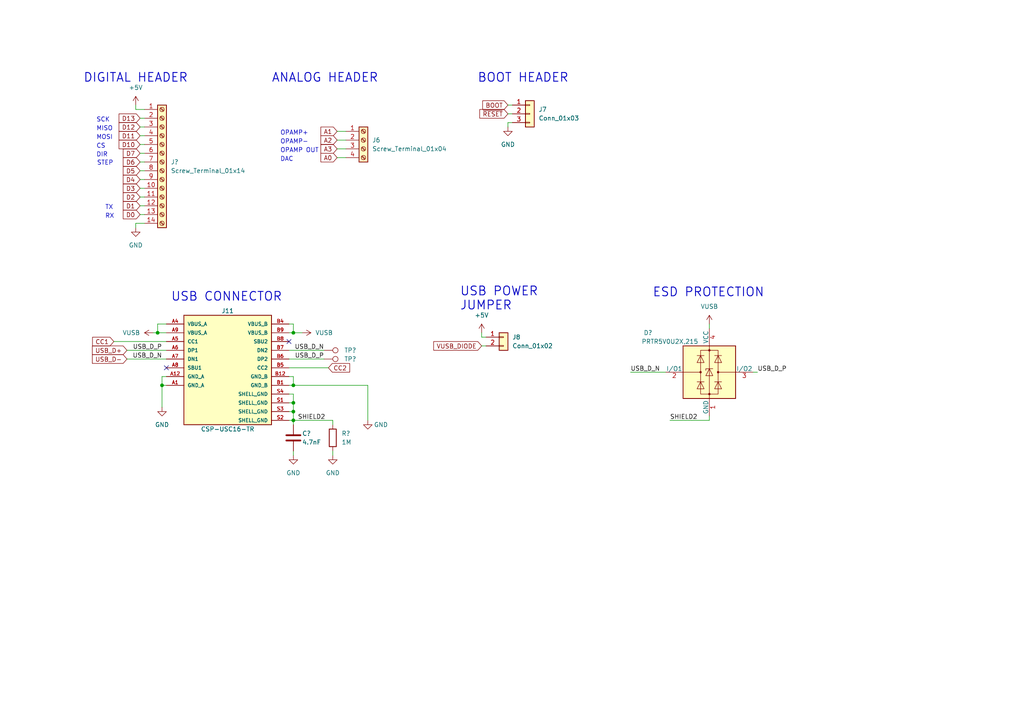
<source format=kicad_sch>
(kicad_sch (version 20230121) (generator eeschema)
  (paper "A4")
  (lib_symbols
    (symbol "CSP-USC16-TR:CSP-USC16-TR" (pin_names (offset 1.016))
      (property "Reference" "J11" (at 0 16.51 0))
      (property "Value" "CSP-USC16-TR" (at 0 -17.78 0))
      (symbol "CSP-USC16-TR_0_0"
        (rectangle (start -12.7 15.24) (end 12.7 -16.51) (stroke (width 0.254)) (fill (type background)))
        (pin power_in line (at -17.78 -5.08 0) (length 5.08) (name "GND_A") (number "A1"))
        (pin power_in line (at -17.78 -2.54 0) (length 5.08) (name "GND_A") (number "A12"))
        (pin power_in line (at -17.78 12.7 0) (length 5.08) (name "VBUS_A") (number "A4"))
        (pin bidirectional line (at -17.78 7.62 0) (length 5.08) (name "CC1") (number "A5"))
        (pin bidirectional line (at -17.78 5.08 0) (length 5.08) (name "DP1") (number "A6"))
        (pin bidirectional line (at -17.78 2.54 0) (length 5.08) (name "DN1") (number "A7"))
        (pin bidirectional line (at -17.78 0 0) (length 5.08) (name "SBU1") (number "A8"))
        (pin power_in line (at -17.78 10.16 0) (length 5.08) (name "VBUS_A") (number "A9"))
        (pin power_in line (at 17.78 -5.08 180) (length 5.08) (name "GND_B") (number "B1"))
        (pin power_in line (at 17.78 -2.54 180) (length 5.08) (name "GND_B") (number "B12"))
        (pin power_in line (at 17.78 12.7 180) (length 5.08) (name "VBUS_B") (number "B4"))
        (pin bidirectional line (at 17.78 0 180) (length 5.08) (name "CC2") (number "B5"))
        (pin bidirectional line (at 17.78 2.54 180) (length 5.08) (name "DP2") (number "B6"))
        (pin bidirectional line (at 17.78 5.08 180) (length 5.08) (name "DN2") (number "B7"))
        (pin bidirectional line (at 17.78 7.62 180) (length 5.08) (name "SBU2") (number "B8"))
        (pin power_in line (at 17.78 10.16 180) (length 5.08) (name "VBUS_B") (number "B9"))
        (pin power_in line (at 17.78 -10.16 180) (length 5.08) (name "SHELL_GND") (number "S1"))
        (pin power_in line (at 17.78 -15.24 180) (length 5.08) (name "SHELL_GND") (number "S2"))
        (pin power_in line (at 17.78 -12.7 180) (length 5.08) (name "SHELL_GND") (number "S3"))
        (pin power_in line (at 17.78 -7.62 180) (length 5.08) (name "SHELL_GND") (number "S4"))
      )
    )
    (symbol "Connector:Screw_Terminal_01x04" (pin_names (offset 1.016) hide)
      (property "Reference" "J5" (at 2.54 0 0))
      (property "Value" "Screw_Terminal_01x04" (at 2.54 -2.54 0))
      (symbol "Screw_Terminal_01x04_1_1"
        (rectangle (start -1.27 3.81) (end 1.27 -6.35) (stroke (width 0.254)) (fill (type background)))
        (circle (center 0 -5.08) (radius 0.635) (stroke (width 0.1524)))
        (circle (center 0 -2.54) (radius 0.635) (stroke (width 0.1524)))
        (polyline (pts (xy -0.5334 -4.7498) (xy 0.3302 -5.588)) (stroke (width 0.1524)))
        (polyline (pts (xy -0.5334 -2.2098) (xy 0.3302 -3.048)) (stroke (width 0.1524)))
        (polyline (pts (xy -0.5334 0.3302) (xy 0.3302 -0.508)) (stroke (width 0.1524)))
        (polyline (pts (xy -0.5334 2.8702) (xy 0.3302 2.032)) (stroke (width 0.1524)))
        (polyline (pts (xy -0.3556 -4.572) (xy 0.508 -5.4102)) (stroke (width 0.1524)))
        (polyline (pts (xy -0.3556 -2.032) (xy 0.508 -2.8702)) (stroke (width 0.1524)))
        (polyline (pts (xy -0.3556 0.508) (xy 0.508 -0.3302)) (stroke (width 0.1524)))
        (polyline (pts (xy -0.3556 3.048) (xy 0.508 2.2098)) (stroke (width 0.1524)))
        (circle (center 0 0) (radius 0.635) (stroke (width 0.1524)))
        (circle (center 0 2.54) (radius 0.635) (stroke (width 0.1524)))
        (pin passive line (at -5.08 2.54 0) (length 3.81) (name "1") (number "1"))
        (pin passive line (at -5.08 0 0) (length 3.81) (name "2") (number "2"))
        (pin passive line (at -5.08 -2.54 0) (length 3.81) (name "3") (number "3"))
        (pin passive line (at -5.08 -5.08 0) (length 3.81) (name "4") (number "4"))
      )
    )
    (symbol "Connector:Screw_Terminal_01x14" (pin_names (offset 1.016) hide)
      (property "Reference" "J" (at 0 17.78 0))
      (property "Value" "Screw_Terminal_01x14" (at 0 -20.32 0))
      (symbol "Screw_Terminal_01x14_1_1"
        (rectangle (start -1.27 16.51) (end 1.27 -19.05) (stroke (width 0.254)) (fill (type background)))
        (circle (center 0 -17.78) (radius 0.635) (stroke (width 0.1524)))
        (circle (center 0 -15.24) (radius 0.635) (stroke (width 0.1524)))
        (circle (center 0 -12.7) (radius 0.635) (stroke (width 0.1524)))
        (circle (center 0 -10.16) (radius 0.635) (stroke (width 0.1524)))
        (circle (center 0 -7.62) (radius 0.635) (stroke (width 0.1524)))
        (circle (center 0 -5.08) (radius 0.635) (stroke (width 0.1524)))
        (circle (center 0 -2.54) (radius 0.635) (stroke (width 0.1524)))
        (polyline (pts (xy -0.5334 -17.4498) (xy 0.3302 -18.288)) (stroke (width 0.1524)))
        (polyline (pts (xy -0.5334 -14.9098) (xy 0.3302 -15.748)) (stroke (width 0.1524)))
        (polyline (pts (xy -0.5334 -12.3698) (xy 0.3302 -13.208)) (stroke (width 0.1524)))
        (polyline (pts (xy -0.5334 -9.8298) (xy 0.3302 -10.668)) (stroke (width 0.1524)))
        (polyline (pts (xy -0.5334 -7.2898) (xy 0.3302 -8.128)) (stroke (width 0.1524)))
        (polyline (pts (xy -0.5334 -4.7498) (xy 0.3302 -5.588)) (stroke (width 0.1524)))
        (polyline (pts (xy -0.5334 -2.2098) (xy 0.3302 -3.048)) (stroke (width 0.1524)))
        (polyline (pts (xy -0.5334 0.3302) (xy 0.3302 -0.508)) (stroke (width 0.1524)))
        (polyline (pts (xy -0.5334 2.8702) (xy 0.3302 2.032)) (stroke (width 0.1524)))
        (polyline (pts (xy -0.5334 5.4102) (xy 0.3302 4.572)) (stroke (width 0.1524)))
        (polyline (pts (xy -0.5334 7.9502) (xy 0.3302 7.112)) (stroke (width 0.1524)))
        (polyline (pts (xy -0.5334 10.4902) (xy 0.3302 9.652)) (stroke (width 0.1524)))
        (polyline (pts (xy -0.5334 13.0302) (xy 0.3302 12.192)) (stroke (width 0.1524)))
        (polyline (pts (xy -0.5334 15.5702) (xy 0.3302 14.732)) (stroke (width 0.1524)))
        (polyline (pts (xy -0.3556 -17.272) (xy 0.508 -18.1102)) (stroke (width 0.1524)))
        (polyline (pts (xy -0.3556 -14.732) (xy 0.508 -15.5702)) (stroke (width 0.1524)))
        (polyline (pts (xy -0.3556 -12.192) (xy 0.508 -13.0302)) (stroke (width 0.1524)))
        (polyline (pts (xy -0.3556 -9.652) (xy 0.508 -10.4902)) (stroke (width 0.1524)))
        (polyline (pts (xy -0.3556 -7.112) (xy 0.508 -7.9502)) (stroke (width 0.1524)))
        (polyline (pts (xy -0.3556 -4.572) (xy 0.508 -5.4102)) (stroke (width 0.1524)))
        (polyline (pts (xy -0.3556 -2.032) (xy 0.508 -2.8702)) (stroke (width 0.1524)))
        (polyline (pts (xy -0.3556 0.508) (xy 0.508 -0.3302)) (stroke (width 0.1524)))
        (polyline (pts (xy -0.3556 3.048) (xy 0.508 2.2098)) (stroke (width 0.1524)))
        (polyline (pts (xy -0.3556 5.588) (xy 0.508 4.7498)) (stroke (width 0.1524)))
        (polyline (pts (xy -0.3556 8.128) (xy 0.508 7.2898)) (stroke (width 0.1524)))
        (polyline (pts (xy -0.3556 10.668) (xy 0.508 9.8298)) (stroke (width 0.1524)))
        (polyline (pts (xy -0.3556 13.208) (xy 0.508 12.3698)) (stroke (width 0.1524)))
        (polyline (pts (xy -0.3556 15.748) (xy 0.508 14.9098)) (stroke (width 0.1524)))
        (circle (center 0 0) (radius 0.635) (stroke (width 0.1524)))
        (circle (center 0 2.54) (radius 0.635) (stroke (width 0.1524)))
        (circle (center 0 5.08) (radius 0.635) (stroke (width 0.1524)))
        (circle (center 0 7.62) (radius 0.635) (stroke (width 0.1524)))
        (circle (center 0 10.16) (radius 0.635) (stroke (width 0.1524)))
        (circle (center 0 12.7) (radius 0.635) (stroke (width 0.1524)))
        (circle (center 0 15.24) (radius 0.635) (stroke (width 0.1524)))
        (pin passive line (at -5.08 15.24 0) (length 3.81) (name "Pin_1") (number "1"))
        (pin passive line (at -5.08 -7.62 0) (length 3.81) (name "Pin_10") (number "10"))
        (pin passive line (at -5.08 -10.16 0) (length 3.81) (name "Pin_11") (number "11"))
        (pin passive line (at -5.08 -12.7 0) (length 3.81) (name "Pin_12") (number "12"))
        (pin passive line (at -5.08 -15.24 0) (length 3.81) (name "Pin_13") (number "13"))
        (pin passive line (at -5.08 -17.78 0) (length 3.81) (name "Pin_14") (number "14"))
        (pin passive line (at -5.08 12.7 0) (length 3.81) (name "Pin_2") (number "2"))
        (pin passive line (at -5.08 10.16 0) (length 3.81) (name "Pin_3") (number "3"))
        (pin passive line (at -5.08 7.62 0) (length 3.81) (name "Pin_4") (number "4"))
        (pin passive line (at -5.08 5.08 0) (length 3.81) (name "Pin_5") (number "5"))
        (pin passive line (at -5.08 2.54 0) (length 3.81) (name "Pin_6") (number "6"))
        (pin passive line (at -5.08 0 0) (length 3.81) (name "Pin_7") (number "7"))
        (pin passive line (at -5.08 -2.54 0) (length 3.81) (name "Pin_8") (number "8"))
        (pin passive line (at -5.08 -5.08 0) (length 3.81) (name "Pin_9") (number "9"))
      )
    )
    (symbol "Connector:TestPoint" (pin_numbers hide) (pin_names (offset 0.762) hide)
      (property "Reference" "TP" (at 0 6.858 0))
      (property "Value" "TestPoint" (at 0 5.08 0))
      (symbol "TestPoint_0_1"
        (circle (center 0 3.302) (radius 0.762))
      )
      (symbol "TestPoint_1_1"
        (pin passive line (at 0 0 90) (length 2.54) (name "1") (number "1"))
      )
    )
    (symbol "Connector_Generic:Conn_01x02" (pin_names (offset 1.016) hide)
      (property "Reference" "J" (at 0 2.54 0))
      (property "Value" "Conn_01x02" (at 0 -5.08 0))
      (symbol "Conn_01x02_1_1"
        (rectangle (start -1.27 -2.413) (end 0 -2.667) (stroke (width 0.1524)))
        (rectangle (start -1.27 0.127) (end 0 -0.127) (stroke (width 0.1524)))
        (rectangle (start -1.27 1.27) (end 1.27 -3.81) (stroke (width 0.254)) (fill (type background)))
        (pin passive line (at -5.08 0 0) (length 3.81) (name "Pin_1") (number "1"))
        (pin passive line (at -5.08 -2.54 0) (length 3.81) (name "Pin_2") (number "2"))
      )
    )
    (symbol "Connector_Generic:Conn_01x03" (pin_names (offset 1.016) hide)
      (property "Reference" "J" (at 0 5.08 0))
      (property "Value" "Conn_01x03" (at 0 -5.08 0))
      (symbol "Conn_01x03_1_1"
        (rectangle (start -1.27 -2.413) (end 0 -2.667) (stroke (width 0.1524)))
        (rectangle (start -1.27 0.127) (end 0 -0.127) (stroke (width 0.1524)))
        (rectangle (start -1.27 2.667) (end 0 2.413) (stroke (width 0.1524)))
        (rectangle (start -1.27 3.81) (end 1.27 -3.81) (stroke (width 0.254)) (fill (type background)))
        (pin passive line (at -5.08 2.54 0) (length 3.81) (name "Pin_1") (number "1"))
        (pin passive line (at -5.08 0 0) (length 3.81) (name "Pin_2") (number "2"))
        (pin passive line (at -5.08 -2.54 0) (length 3.81) (name "Pin_3") (number "3"))
      )
    )
    (symbol "Device:C" (pin_numbers hide) (pin_names (offset 0.254))
      (property "Reference" "C" (at 0.635 2.54 0))
      (property "Value" "C" (at 0.635 -2.54 0))
      (symbol "C_0_1"
        (polyline (pts (xy -2.032 -0.762) (xy 2.032 -0.762)) (stroke (width 0.508)))
        (polyline (pts (xy -2.032 0.762) (xy 2.032 0.762)) (stroke (width 0.508)))
      )
      (symbol "C_1_1"
        (pin passive line (at 0 3.81 270) (length 2.794) (name "~") (number "1"))
        (pin passive line (at 0 -3.81 90) (length 2.794) (name "~") (number "2"))
      )
    )
    (symbol "Device:R" (pin_numbers hide) (pin_names (offset 0))
      (property "Reference" "R" (at 2.032 0 90))
      (property "Value" "R" (at 0 0 90))
      (symbol "R_0_1"
        (rectangle (start -1.016 -2.54) (end 1.016 2.54) (stroke (width 0.254)))
      )
      (symbol "R_1_1"
        (pin passive line (at 0 3.81 270) (length 1.27) (name "~") (number "1"))
        (pin passive line (at 0 -3.81 90) (length 1.27) (name "~") (number "2"))
      )
    )
    (symbol "Power_Protection:PRTR5V0U2X" (pin_names (offset 0))
      (property "Reference" "D" (at 2.794 8.636 0))
      (property "Value" "PRTR5V0U2X" (at 8.128 -9.398 0))
      (symbol "PRTR5V0U2X_0_1"
        (rectangle (start -7.62 -7.62) (end 7.62 7.62) (stroke (width 0.254)) (fill (type background)))
        (circle (center -2.54 0) (radius 0.254) (fill (type outline)))
        (rectangle (start -2.54 6.35) (end 2.54 -6.35))
        (circle (center 0 -6.35) (radius 0.254) (fill (type outline)))
        (polyline (pts (xy -2.54 0) (xy -7.62 0)))
        (polyline (pts (xy -1.524 -2.794) (xy -3.556 -2.794)))
        (polyline (pts (xy -1.524 4.826) (xy -3.556 4.826)))
        (polyline (pts (xy 0 -7.62) (xy 0 7.62)))
        (polyline (pts (xy 1.524 -2.794) (xy 3.556 -2.794)))
        (polyline (pts (xy 1.524 4.826) (xy 3.556 4.826)))
        (polyline (pts (xy 2.54 0) (xy 7.62 0)))
        (polyline (pts (xy 1.016 1.016) (xy -1.016 1.016) (xy -1.016 0.508)))
        (polyline (pts (xy -3.556 -4.826) (xy -1.524 -4.826) (xy -2.54 -2.794) (xy -3.556 -4.826)))
        (polyline (pts (xy -3.556 2.794) (xy -1.524 2.794) (xy -2.54 4.826) (xy -3.556 2.794)))
        (polyline (pts (xy -1.016 -1.016) (xy 1.016 -1.016) (xy 0 1.016) (xy -1.016 -1.016)))
        (polyline (pts (xy 3.556 -4.826) (xy 1.524 -4.826) (xy 2.54 -2.794) (xy 3.556 -4.826)))
        (polyline (pts (xy 3.556 2.794) (xy 1.524 2.794) (xy 2.54 4.826) (xy 3.556 2.794)))
        (circle (center 0 6.35) (radius 0.254) (fill (type outline)))
        (circle (center 2.54 0) (radius 0.254) (fill (type outline)))
      )
      (symbol "PRTR5V0U2X_1_1"
        (pin passive line (at 0 -12.7 90) (length 5.08) (name "GND") (number "1"))
        (pin passive line (at -12.7 0 0) (length 5.08) (name "I/O1") (number "2"))
        (pin passive line (at 12.7 0 180) (length 5.08) (name "I/O2") (number "3"))
        (pin passive line (at 0 12.7 270) (length 5.08) (name "VCC") (number "4"))
      )
    )
    (symbol "VUSB:VUSB" (power) (in_bom no) (on_board no)
      (property "Value" "VUSB" (at 6.35 -1.27 0))
      (symbol "VUSB_0_1"
        (polyline (pts (xy 5.588 -5.08) (xy 6.35 -3.81)))
        (polyline (pts (xy 6.35 -6.35) (xy 6.35 -3.81)))
        (polyline (pts (xy 6.35 -3.81) (xy 7.112 -5.08)))
      )
      (symbol "VUSB_1_1"
        (pin power_in line (at 6.35 -6.35 90) (length 0) hide (name "VUSB") (number "1"))
      )
    )
    (symbol "power:+5V" (power) (pin_names (offset 0))
      (property "Value" "+5V" (at 0 3.556 0))
      (symbol "+5V_0_1"
        (polyline (pts (xy -0.762 1.27) (xy 0 2.54)))
        (polyline (pts (xy 0 0) (xy 0 2.54)))
        (polyline (pts (xy 0 2.54) (xy 0.762 1.27)))
      )
      (symbol "+5V_1_1"
        (pin power_in line (at 0 0 90) (length 0) hide (name "+5V") (number "1"))
      )
    )
    (symbol "power:GND" (power) (pin_names (offset 0))
      (property "Value" "GND" (at 0 -3.81 0))
      (symbol "GND_0_1"
        (polyline (pts (xy 0 0) (xy 0 -1.27) (xy 1.27 -1.27) (xy 0 -2.54) (xy -1.27 -1.27) (xy 0 -1.27)))
      )
      (symbol "GND_1_1"
        (pin power_in line (at 0 0 270) (length 0) hide (name "GND") (number "1"))
      )
    )
  )
  (junction (at 85.09 119.38))
  (junction (at 45.72 96.52))
  (junction (at 85.09 111.76))
  (junction (at 85.09 96.52))
  (junction (at 85.09 121.92))
  (junction (at 85.09 116.84))
  (junction (at 46.99 111.76))
  (no_connect (at 83.82 99.06))
  (no_connect (at 48.26 106.68))
  (wire (pts (xy 40.64 44.45) (xy 41.91 44.45)))
  (wire (pts (xy 40.64 46.99) (xy 41.91 46.99)))
  (wire (pts (xy 40.64 34.29) (xy 41.91 34.29)))
  (wire (pts (xy 85.09 119.38) (xy 85.09 121.92)))
  (wire (pts (xy 106.68 111.76) (xy 106.68 121.92)))
  (wire (pts (xy 40.64 49.53) (xy 41.91 49.53)))
  (wire (pts (xy 40.64 59.69) (xy 41.91 59.69)))
  (wire (pts (xy 45.72 93.98) (xy 45.72 96.52)))
  (wire (pts (xy 139.7 97.79) (xy 139.7 96.52)))
  (wire (pts (xy 83.82 119.38) (xy 85.09 119.38)))
  (wire (pts (xy 85.09 109.22) (xy 85.09 111.76)))
  (wire (pts (xy 147.32 35.56) (xy 147.32 36.83)))
  (wire (pts (xy 97.79 38.1) (xy 100.33 38.1)))
  (wire (pts (xy 40.64 57.15) (xy 41.91 57.15)))
  (wire (pts (xy 96.52 130.81) (xy 96.52 132.08)))
  (wire (pts (xy 218.44 107.95) (xy 219.71 107.95)))
  (wire (pts (xy 85.09 121.92) (xy 96.52 121.92)))
  (wire (pts (xy 85.09 130.81) (xy 85.09 132.08)))
  (wire (pts (xy 40.64 41.91) (xy 41.91 41.91)))
  (wire (pts (xy 83.82 116.84) (xy 85.09 116.84)))
  (wire (pts (xy 48.26 104.14) (xy 36.83 104.14)))
  (wire (pts (xy 83.82 93.98) (xy 85.09 93.98)))
  (wire (pts (xy 39.37 64.77) (xy 39.37 66.04)))
  (wire (pts (xy 85.09 116.84) (xy 85.09 119.38)))
  (wire (pts (xy 45.72 96.52) (xy 48.26 96.52)))
  (wire (pts (xy 205.74 93.98) (xy 205.74 95.25)))
  (wire (pts (xy 148.59 35.56) (xy 147.32 35.56)))
  (wire (pts (xy 93.98 104.14) (xy 83.82 104.14)))
  (wire (pts (xy 40.64 36.83) (xy 41.91 36.83)))
  (wire (pts (xy 85.09 121.92) (xy 85.09 123.19)))
  (wire (pts (xy 46.99 111.76) (xy 48.26 111.76)))
  (wire (pts (xy 97.79 43.18) (xy 100.33 43.18)))
  (wire (pts (xy 85.09 111.76) (xy 106.68 111.76)))
  (wire (pts (xy 205.74 120.65) (xy 205.74 121.92)))
  (wire (pts (xy 33.02 99.06) (xy 48.26 99.06)))
  (wire (pts (xy 182.88 107.95) (xy 193.04 107.95)))
  (wire (pts (xy 46.99 111.76) (xy 46.99 118.11)))
  (wire (pts (xy 40.64 52.07) (xy 41.91 52.07)))
  (wire (pts (xy 85.09 114.3) (xy 85.09 116.84)))
  (wire (pts (xy 83.82 106.68) (xy 95.25 106.68)))
  (wire (pts (xy 139.7 100.33) (xy 140.97 100.33)))
  (wire (pts (xy 194.31 121.92) (xy 205.74 121.92)))
  (wire (pts (xy 87.63 96.52) (xy 85.09 96.52)))
  (wire (pts (xy 48.26 93.98) (xy 45.72 93.98)))
  (wire (pts (xy 40.64 39.37) (xy 41.91 39.37)))
  (wire (pts (xy 140.97 97.79) (xy 139.7 97.79)))
  (wire (pts (xy 97.79 45.72) (xy 100.33 45.72)))
  (wire (pts (xy 46.99 109.22) (xy 48.26 109.22)))
  (wire (pts (xy 41.91 64.77) (xy 39.37 64.77)))
  (wire (pts (xy 46.99 109.22) (xy 46.99 111.76)))
  (wire (pts (xy 44.45 96.52) (xy 45.72 96.52)))
  (wire (pts (xy 85.09 96.52) (xy 83.82 96.52)))
  (wire (pts (xy 85.09 114.3) (xy 83.82 114.3)))
  (wire (pts (xy 83.82 109.22) (xy 85.09 109.22)))
  (wire (pts (xy 93.98 101.6) (xy 83.82 101.6)))
  (wire (pts (xy 48.26 101.6) (xy 36.83 101.6)))
  (wire (pts (xy 96.52 123.19) (xy 96.52 121.92)))
  (wire (pts (xy 83.82 121.92) (xy 85.09 121.92)))
  (wire (pts (xy 97.79 40.64) (xy 100.33 40.64)))
  (wire (pts (xy 39.37 31.75) (xy 39.37 30.48)))
  (wire (pts (xy 40.64 62.23) (xy 41.91 62.23)))
  (wire (pts (xy 85.09 93.98) (xy 85.09 96.52)))
  (wire (pts (xy 147.32 33.02) (xy 148.59 33.02)))
  (wire (pts (xy 147.32 30.48) (xy 148.59 30.48)))
  (wire (pts (xy 40.64 54.61) (xy 41.91 54.61)))
  (wire (pts (xy 41.91 31.75) (xy 39.37 31.75)))
  (wire (pts (xy 83.82 111.76) (xy 85.09 111.76)))
  (text "USB CONNECTOR\n" (at 49.53 87.63 0) (effects (font (size 2.54 2.54) (thickness 0.254) bold) (justify left bottom)))
  (text "TX" (at 30.48 60.96 0) (effects (font (size 1.27 1.27)) (justify left bottom)))
  (text "STEP\n\n" (at 28.1011 50.1242 0) (effects (font (size 1.27 1.27)) (justify left bottom)))
  (text "RX" (at 30.48 63.5 0) (effects (font (size 1.27 1.27)) (justify left bottom)))
  (text "OPAMP+\n" (at 81.28 39.37 0) (effects (font (size 1.27 1.27)) (justify left bottom)))
  (text "OPAMP-\n" (at 81.28 41.91 0) (effects (font (size 1.27 1.27)) (justify left bottom)))
  (text "USB POWER\nJUMPER\n" (at 133.35 90.17 0) (effects (font (size 2.54 2.54) (thickness 0.254) bold) (justify left bottom)))
  (text "SCK\n" (at 27.94 35.56 0) (effects (font (size 1.27 1.27)) (justify left bottom)))
  (text "BOOT HEADER" (at 138.43 24.13 0) (effects (font (size 2.54 2.54) (thickness 0.254) bold) (justify left bottom)))
  (text "ANALOG HEADER" (at 78.74 24.13 0) (effects (font (size 2.54 2.54) (thickness 0.254) bold) (justify left bottom)))
  (text "DAC\n" (at 81.28 46.99 0) (effects (font (size 1.27 1.27)) (justify left bottom)))
  (text "DIGITAL HEADER" (at 24.13 24.13 0) (effects (font (size 2.54 2.54) (thickness 0.254) bold) (justify left bottom)))
  (text "CS" (at 27.94 43.18 0) (effects (font (size 1.27 1.27)) (justify left bottom)))
  (text "DIR" (at 27.9333 45.6769 0) (effects (font (size 1.27 1.27)) (justify left bottom)))
  (text "ESD PROTECTION" (at 189.23 86.36 0) (effects (font (size 2.54 2.54) (thickness 0.254) bold) (justify left bottom)))
  (text "MISO\n" (at 27.94 38.1 0) (effects (font (size 1.27 1.27)) (justify left bottom)))
  (text "OPAMP OUT\n" (at 81.28 44.45 0) (effects (font (size 1.27 1.27)) (justify left bottom)))
  (text "MOSI" (at 27.94 40.64 0) (effects (font (size 1.27 1.27)) (justify left bottom)))
  (label "USB_D_N" (at 182.88 107.95 0))
  (label "USB_D_P" (at 93.98 104.14 180))
  (label "USB_D_N" (at 46.99 104.14 180))
  (label "USB_D_N" (at 93.98 101.6 180))
  (label "USB_D_P" (at 219.71 107.95 0))
  (label "USB_D_P" (at 46.99 101.6 180))
  (label "SHIELD2" (at 86.36 121.92 0))
  (label "SHIELD2" (at 194.31 121.92 0))
  (global_label "D7" (shape input) (at 40.64 44.45 180) (property "Intersheetrefs" "${INTERSHEET_REFS}" (effects hide)))
  (global_label "USB_D-" (shape input) (at 36.83 104.14 180) (property "Intersheetrefs" "${INTERSHEET_REFS}" (effects hide)))
  (global_label "A3" (shape input) (at 97.79 43.18 180) (property "Intersheetrefs" "${INTERSHEET_REFS}" (effects hide)))
  (global_label "A0" (shape input) (at 97.79 45.72 180) (property "Intersheetrefs" "${INTERSHEET_REFS}" (effects hide)))
  (global_label "CC1" (shape input) (at 33.02 99.06 180) (property "Intersheetrefs" "${INTERSHEET_REFS}" (effects hide)))
  (global_label "~{RESET}" (shape input) (at 147.32 33.02 180) (property "Intersheetrefs" "${INTERSHEET_REFS}" (effects hide)))
  (global_label "D2" (shape input) (at 40.64 57.15 180) (property "Intersheetrefs" "${INTERSHEET_REFS}" (effects hide)))
  (global_label "D6" (shape input) (at 40.64 46.99 180) (property "Intersheetrefs" "${INTERSHEET_REFS}" (effects hide)))
  (global_label "D11" (shape input) (at 40.64 39.37 180) (property "Intersheetrefs" "${INTERSHEET_REFS}" (effects hide)))
  (global_label "BOOT" (shape input) (at 147.32 30.48 180) (property "Intersheetrefs" "${INTERSHEET_REFS}" (effects hide)))
  (global_label "D1" (shape input) (at 40.64 59.69 180) (property "Intersheetrefs" "${INTERSHEET_REFS}" (effects hide)))
  (global_label "D3" (shape input) (at 40.64 54.61 180) (property "Intersheetrefs" "${INTERSHEET_REFS}" (effects hide)))
  (global_label "A2" (shape input) (at 97.79 40.64 180) (property "Intersheetrefs" "${INTERSHEET_REFS}" (effects hide)))
  (global_label "A1" (shape input) (at 97.79 38.1 180) (property "Intersheetrefs" "${INTERSHEET_REFS}" (effects hide)))
  (global_label "D5" (shape input) (at 40.64 49.53 180) (property "Intersheetrefs" "${INTERSHEET_REFS}" (effects hide)))
  (global_label "USB_D+" (shape input) (at 36.83 101.6 180) (property "Intersheetrefs" "${INTERSHEET_REFS}" (effects hide)))
  (global_label "D10" (shape input) (at 40.64 41.91 180) (property "Intersheetrefs" "${INTERSHEET_REFS}" (effects hide)))
  (global_label "D4" (shape input) (at 40.64 52.07 180) (property "Intersheetrefs" "${INTERSHEET_REFS}" (effects hide)))
  (global_label "D12" (shape input) (at 40.64 36.83 180) (property "Intersheetrefs" "${INTERSHEET_REFS}" (effects hide)))
  (global_label "VUSB_DIODE" (shape input) (at 139.7 100.33 180) (property "Intersheetrefs" "${INTERSHEET_REFS}" (effects hide)))
  (global_label "D0" (shape input) (at 40.64 62.23 180) (property "Intersheetrefs" "${INTERSHEET_REFS}" (effects hide)))
  (global_label "CC2" (shape input) (at 95.25 106.68 0) (property "Intersheetrefs" "${INTERSHEET_REFS}" (effects hide)))
  (global_label "D13" (shape input) (at 40.64 34.29 180) (property "Intersheetrefs" "${INTERSHEET_REFS}" (effects hide)))
  (symbol (lib_id "power:+5V") (at 39.37 30.48 0) (unit 1)
    (property "Reference" "#PWR?" (effects hide))
    (property "Value" "+5V" (at 39.37 25.4 0))
    (instances (project "central_hub" (path "" (reference "#PWR?") (unit 1)) (path "" (reference "#PWR?") (unit 1)) (path "" (reference "#PWR?") (unit 1))) (project "motor_board_pcb" (path "" (reference "#PWR074") (unit 1))))
  )
  (symbol (lib_id "VUSB:VUSB") (at 38.1 102.87 90) (unit 1) (in_bom no) (on_board no)
    (property "Reference" "#PWR?" (effects hide))
    (property "Value" "VUSB" (at 40.64 96.52 90) (effects (justify left)))
    (instances (project "central_hub" (path "" (reference "#PWR?") (unit 1)) (path "" (reference "#PWR?") (unit 1)) (path "" (reference "#PWR?") (unit 1))) (project "motor_board_pcb" (path "" (reference "#PWR084") (unit 1))))
  )
  (symbol (lib_id "power:GND") (at 46.99 118.11 0) (unit 1)
    (property "Reference" "#PWR?" (effects hide))
    (property "Value" "GND" (at 46.99 123.19 0))
    (instances (project "central_hub" (path "" (reference "#PWR?") (unit 1)) (path "" (reference "#PWR?") (unit 1)) (path "" (reference "#PWR?") (unit 1))) (project "motor_board_pcb" (path "" (reference "#PWR082") (unit 1))))
  )
  (symbol (lib_id "power:GND") (at 39.37 66.04 0) (unit 1)
    (property "Reference" "#PWR?" (effects hide))
    (property "Value" "GND" (at 39.37 71.12 0))
    (instances (project "central_hub" (path "" (reference "#PWR?") (unit 1)) (path "" (reference "#PWR?") (unit 1)) (path "" (reference "#PWR?") (unit 1))) (project "motor_board_pcb" (path "" (reference "#PWR075") (unit 1))))
  )
  (symbol (lib_id "power:GND") (at 147.32 36.83 0) (unit 1)
    (property "Reference" "#PWR?" (effects hide))
    (property "Value" "GND" (at 147.32 41.91 0))
    (instances (project "central_hub" (path "" (reference "#PWR?") (unit 1)) (path "" (reference "#PWR?") (unit 1)) (path "" (reference "#PWR?") (unit 1))) (project "motor_board_pcb" (path "" (reference "#PWR092") (unit 1))))
  )
  (symbol (lib_id "CSP-USC16-TR:CSP-USC16-TR") (at 66.04 106.68 0) (unit 1)
    (property "Reference" "J11" (at 66.04 90.17 0))
    (property "Value" "CSP-USC16-TR" (at 66.04 124.46 0))
    (property "Footprint" "~ALL:VALCON_CSP-USC16-TR" (effects hide))
    (property "MF" "Valcon" (effects hide))
    (property "MAXIMUM_PACKAGE_HEIGHT" "3.26 mm" (effects hide))
    (property "Package" "None" (effects hide))
    (property "Price" "None" (effects hide))
    (property "Check_prices" "https://www.snapeda.com/parts/CSP-USC16-TR/Valcon/view-part/?ref=eda" (effects hide))
    (property "STANDARD" "Manufacturer Recommendations" (effects hide))
    (property "PARTREV" "A0" (effects hide))
    (property "SnapEDA_Link" "https://www.snapeda.com/parts/CSP-USC16-TR/Valcon/view-part/?ref=snap" (effects hide))
    (property "MP" "CSP-USC16-TR" (effects hide))
    (property "Purchase-URL" "https://www.snapeda.com/api/url_track_click_mouser/?unipart_id=4783629&manufacturer=Valcon&part_name=CSP-USC16-TR&search_term=usb-c" (effects hide))
    (property "Description" "\nCSP-USC16-TR Valcon USB Type C Surface Mount PCB Socket\n" (effects hide))
    (property "Availability" "In Stock" (effects hide))
    (property "MANUFACTURER" "Valcon" (effects hide))
  )
  (symbol (lib_id "Connector:TestPoint") (at 93.98 101.6 270) (mirror x) (unit 1)
    (property "Reference" "TP?" (at 101.6 101.6 90))
    (property "Value" "TestPoint" (effects hide))
    (property "Footprint" "TestPoint:TestPoint_Pad_D1.0mm" (effects hide))
    (instances (project "central_hub" (path "" (reference "TP?") (unit 1)) (path "" (reference "TP?") (unit 1)) (path "" (reference "TP?") (unit 1))) (project "motor_board_pcb" (path "" (reference "TP7") (unit 1))))
  )
  (symbol (lib_id "Power_Protection:PRTR5V0U2X") (at 205.74 107.95 0) (unit 1)
    (property "Reference" "D?" (at 187.96 96.52 0))
    (property "Value" "PRTR5V0U2X,215" (at 194.31 99.06 0))
    (property "Footprint" "Package_TO_SOT_SMD:SOT-143" (effects hide))
    (property "Datasheet" "https://assets.nexperia.com/documents/data-sheet/PRTR5V0U2X.pdf" (effects hide))
    (instances (project "central_hub" (path "" (reference "D?") (unit 1)) (path "" (reference "D?") (unit 1)) (path "" (reference "D?") (unit 1))) (project "motor_board_pcb" (path "" (reference "D10") (unit 1))))
  )
  (symbol (lib_id "Connector:Screw_Terminal_01x04") (at 105.41 40.64 0) (unit 1)
    (property "Reference" "J6" (at 107.95 40.64 0) (effects (justify left)))
    (property "Value" "Screw_Terminal_01x04" (at 107.95 43.18 0) (effects (justify left)))
    (property "Footprint" "Connector_PinHeader_2.54mm:PinHeader_1x04_P2.54mm_Vertical" (effects hide))
    (instances (project "central_hub" (path "" (reference "J6") (unit 1)) (path "" (reference "J14") (unit 1)) (path "" (reference "J6") (unit 1))) (project "motor_board_pcb" (path "" (reference "J5") (unit 1))))
  )
  (symbol (lib_id "power:+5V") (at 139.7 96.52 0) (unit 1)
    (property "Reference" "#PWR?" (effects hide))
    (property "Value" "+5V" (at 139.7 91.44 0))
    (instances (project "central_hub" (path "" (reference "#PWR?") (unit 1)) (path "" (reference "#PWR?") (unit 1))) (project "motor_board_pcb" (path "" (reference "#PWR?") (unit 1)) (path "" (reference "#PWR088") (unit 1))) (project "LocalDesign" (path "" (reference "#PWR?") (unit 1))))
  )
  (symbol (lib_id "power:GND") (at 96.52 132.08 0) (unit 1)
    (property "Reference" "#PWR?" (effects hide))
    (property "Value" "GND" (at 96.52 137.16 0))
    (instances (project "central_hub" (path "" (reference "#PWR?") (unit 1)) (path "" (reference "#PWR?") (unit 1)) (path "" (reference "#PWR?") (unit 1))) (project "motor_board_pcb" (path "" (reference "#PWR070") (unit 1))))
  )
  (symbol (lib_id "Connector_Generic:Conn_01x02") (at 146.05 97.79 0) (unit 1)
    (property "Reference" "J8" (at 148.59 97.79 0) (effects (justify left)))
    (property "Value" "Conn_01x02" (at 148.59 100.33 0) (effects (justify left)))
    (property "Footprint" "Connector_PinHeader_2.54mm:PinHeader_1x02_P2.54mm_Vertical" (effects hide))
  )
  (symbol (lib_id "Connector:TestPoint") (at 93.98 104.14 270) (mirror x) (unit 1)
    (property "Reference" "TP?" (at 101.6 104.14 90))
    (property "Value" "TestPoint" (effects hide))
    (property "Footprint" "TestPoint:TestPoint_Pad_D1.0mm" (effects hide))
    (instances (project "central_hub" (path "" (reference "TP?") (unit 1)) (path "" (reference "TP?") (unit 1)) (path "" (reference "TP?") (unit 1))) (project "motor_board_pcb" (path "" (reference "TP8") (unit 1))))
  )
  (symbol (lib_id "power:GND") (at 106.68 121.92 0) (unit 1)
    (property "Reference" "#PWR?" (effects hide))
    (property "Value" "GND" (at 110.49 123.19 0))
    (instances (project "central_hub" (path "" (reference "#PWR?") (unit 1)) (path "" (reference "#PWR?") (unit 1)) (path "" (reference "#PWR?") (unit 1))) (project "motor_board_pcb" (path "" (reference "#PWR093") (unit 1))))
  )
  (symbol (lib_id "Connector_Generic:Conn_01x03") (at 153.67 33.02 0) (unit 1)
    (property "Reference" "J7" (at 156.21 31.75 0) (effects (justify left)))
    (property "Value" "Conn_01x03" (at 156.21 34.29 0) (effects (justify left)))
    (property "Footprint" "Connector_PinHeader_2.54mm:PinHeader_1x03_P2.54mm_Vertical" (effects hide))
    (instances (project "central_hub" (path "" (reference "J7") (unit 1))) (project "motor_board_pcb" (path "" (reference "J6") (unit 1))))
  )
  (symbol (lib_id "VUSB:VUSB") (at 93.98 90.17 270) (unit 1) (in_bom no) (on_board no)
    (property "Reference" "#PWR?" (effects hide))
    (property "Value" "VUSB" (at 91.44 96.52 90) (effects (justify left)))
    (instances (project "central_hub" (path "" (reference "#PWR?") (unit 1)) (path "" (reference "#PWR?") (unit 1)) (path "" (reference "#PWR?") (unit 1))) (project "motor_board_pcb" (path "" (reference "#PWR071") (unit 1))))
  )
  (symbol (lib_id "Device:C") (at 85.09 127 180) (unit 1)
    (property "Reference" "C?" (at 87.63 125.73 0) (effects (justify right)))
    (property "Value" "4.7nF" (at 87.63 128.27 0) (effects (justify right)))
    (property "Footprint" "Capacitor_SMD:C_0603_1608Metric" (effects hide))
    (property "Voltage" "1kV" (effects hide))
    (instances (project "central_hub" (path "" (reference "C?") (unit 1)) (path "" (reference "C?") (unit 1)) (path "" (reference "C?") (unit 1))) (project "motor_board_pcb" (path "" (reference "C31") (unit 1))))
  )
  (symbol (lib_id "VUSB:VUSB") (at 199.39 87.63 0) (unit 1) (in_bom no) (on_board no)
    (property "Reference" "#PWR?" (effects hide))
    (property "Value" "VUSB" (at 205.74 88.9 0))
    (instances (project "central_hub" (path "" (reference "#PWR?") (unit 1)) (path "" (reference "#PWR?") (unit 1)) (path "" (reference "#PWR?") (unit 1))) (project "motor_board_pcb" (path "" (reference "#PWR089") (unit 1))))
  )
  (symbol (lib_id "Connector:Screw_Terminal_01x14") (at 46.99 46.99 0) (unit 1)
    (property "Reference" "J?" (at 49.53 46.99 0) (effects (justify left)))
    (property "Value" "Screw_Terminal_01x14" (at 49.53 49.53 0) (effects (justify left)))
    (property "Footprint" "Connector_PinHeader_2.54mm:PinHeader_1x14_P2.54mm_Vertical" (effects hide))
    (instances (project "central_hub" (path "" (reference "J?") (unit 1)) (path "" (reference "J?") (unit 1)) (path "" (reference "J?") (unit 1))) (project "motor_board_pcb" (path "" (reference "J4") (unit 1))))
  )
  (symbol (lib_id "Device:R") (at 96.52 127 0) (unit 1)
    (property "Reference" "R?" (at 99.06 125.73 0) (effects (justify left)))
    (property "Value" "1M" (at 99.06 128.27 0) (effects (justify left)))
    (property "Footprint" "Resistor_SMD:R_0603_1608Metric" (effects hide))
    (instances (project "central_hub" (path "" (reference "R?") (unit 1)) (path "" (reference "R?") (unit 1)) (path "" (reference "R?") (unit 1))) (project "motor_board_pcb" (path "" (reference "R30") (unit 1))))
  )
  (symbol (lib_id "power:GND") (at 85.09 132.08 0) (unit 1)
    (property "Reference" "#PWR?" (effects hide))
    (property "Value" "GND" (at 85.09 137.16 0))
    (instances (project "central_hub" (path "" (reference "#PWR?") (unit 1)) (path "" (reference "#PWR?") (unit 1)) (path "" (reference "#PWR?") (unit 1))) (project "motor_board_pcb" (path "" (reference "#PWR069") (unit 1))))
  )
)
</source>
